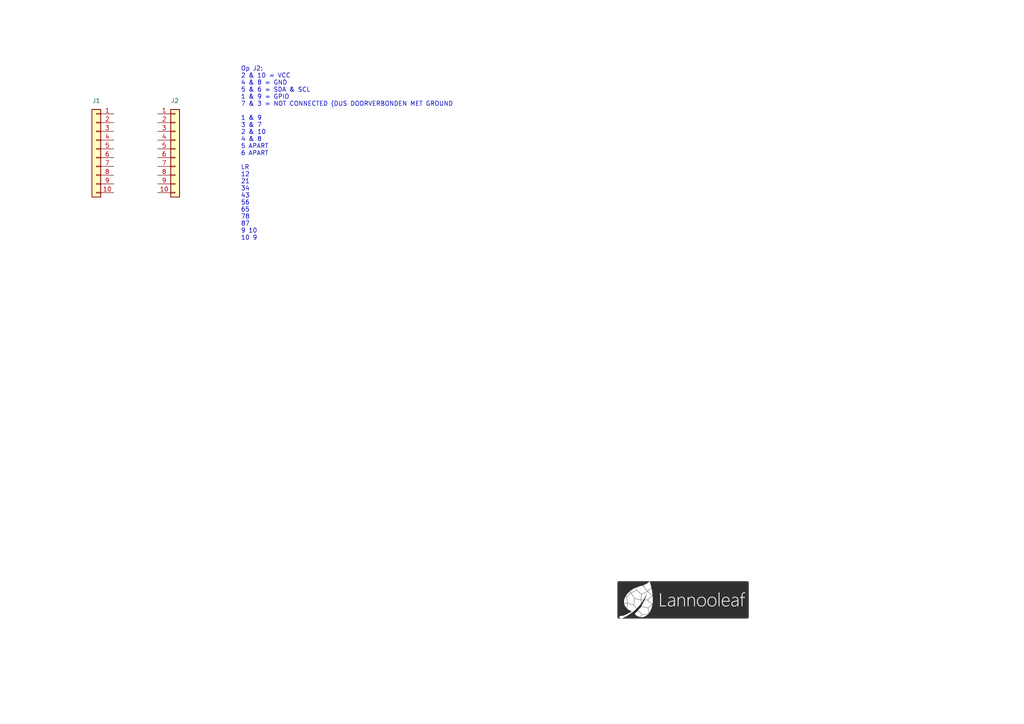
<source format=kicad_sch>
(kicad_sch (version 20211123) (generator eeschema)
  (paper "A4")
  (title_block (title "Verbindingsstuk leafs") (date "2022-03-20") (rev "v1"))
  (lib_symbols
    (symbol "Connector_Generic:Conn_01x10" (pin_names (offset 1.016) hide)
      (property "Reference" "J" (at 0 12.7 0))
      (property "Value" "Conn_01x10" (at 0 -15.24 0))
      (symbol "Conn_01x10_1_1"
        (rectangle (start -1.27 -12.573) (end 0 -12.827) (stroke (width 0.1524)))
        (rectangle (start -1.27 -10.033) (end 0 -10.287) (stroke (width 0.1524)))
        (rectangle (start -1.27 -7.493) (end 0 -7.747) (stroke (width 0.1524)))
        (rectangle (start -1.27 -4.953) (end 0 -5.207) (stroke (width 0.1524)))
        (rectangle (start -1.27 -2.413) (end 0 -2.667) (stroke (width 0.1524)))
        (rectangle (start -1.27 0.127) (end 0 -0.127) (stroke (width 0.1524)))
        (rectangle (start -1.27 2.667) (end 0 2.413) (stroke (width 0.1524)))
        (rectangle (start -1.27 5.207) (end 0 4.953) (stroke (width 0.1524)))
        (rectangle (start -1.27 7.747) (end 0 7.493) (stroke (width 0.1524)))
        (rectangle (start -1.27 10.287) (end 0 10.033) (stroke (width 0.1524)))
        (rectangle (start -1.27 11.43) (end 1.27 -13.97) (stroke (width 0.254)) (fill (type background)))
        (pin passive line (at -5.08 10.16 0) (length 3.81) (name "Pin_1") (number "1"))
        (pin passive line (at -5.08 -12.7 0) (length 3.81) (name "Pin_10") (number "10"))
        (pin passive line (at -5.08 7.62 0) (length 3.81) (name "Pin_2") (number "2"))
        (pin passive line (at -5.08 5.08 0) (length 3.81) (name "Pin_3") (number "3"))
        (pin passive line (at -5.08 2.54 0) (length 3.81) (name "Pin_4") (number "4"))
        (pin passive line (at -5.08 0 0) (length 3.81) (name "Pin_5") (number "5"))
        (pin passive line (at -5.08 -2.54 0) (length 3.81) (name "Pin_6") (number "6"))
        (pin passive line (at -5.08 -5.08 0) (length 3.81) (name "Pin_7") (number "7"))
        (pin passive line (at -5.08 -7.62 0) (length 3.81) (name "Pin_8") (number "8"))
        (pin passive line (at -5.08 -10.16 0) (length 3.81) (name "Pin_9") (number "9"))
      )
    )
  )
  (image (at 198.12 173.99) (scale 0.25))
  (text "Op J2:\n2 & 10 = VCC\n4 & 8 = GND\n5 & 6 = SDA & SCL\n1 & 9 = GPIO\n7 & 3 = NOT CONNECTED (DUS DOORVERBONDEN MET GROUND\n\n1 & 9\n3 & 7\n2 & 10\n4 & 8\n5 APART\n6 APART\n\nLR\n12\n21\n34\n43\n56\n65\n78\n87\n9 10\n10 9\n" (at 69.85 69.85 0) (effects (font (size 1.27 1.27)) (justify left bottom)))
  (symbol (lib_id "Connector_Generic:Conn_01x10") (at 27.94 43.18 0) (mirror y) (unit 1)
    (property "Reference" "J1" (at 27.94 29.21 0))
    (property "Value" "Conn_01x10" (effects hide))
    (property "Footprint" "Connector_PinHeader_2.00mm:PinHeader_2x05_P2.00mm_Vertical" (effects hide))
  )
  (symbol (lib_id "Connector_Generic:Conn_01x10") (at 50.8 43.18 0) (unit 1)
    (property "Reference" "J2" (at 49.53 29.21 0) (effects (justify left)))
    (property "Value" "Conn_01x10" (effects hide))
    (property "Footprint" "Connector_PinHeader_2.00mm:PinHeader_2x05_P2.00mm_Vertical" (effects hide))
  )
)
</source>
